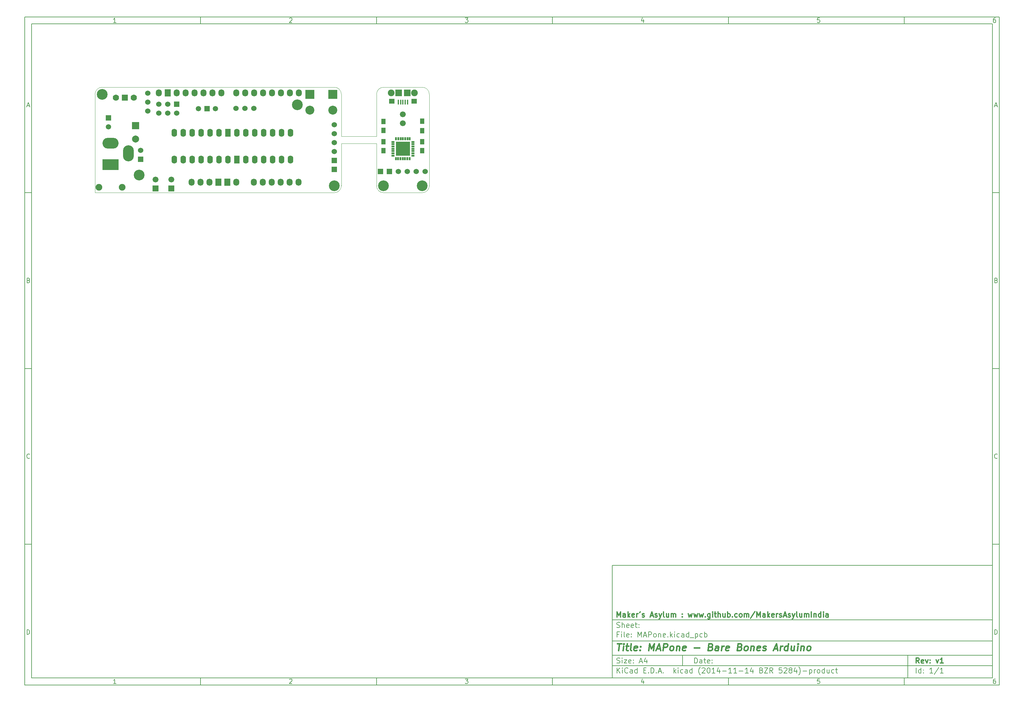
<source format=gbr>
G04 #@! TF.FileFunction,Soldermask,Top*
%FSLAX46Y46*%
G04 Gerber Fmt 4.6, Leading zero omitted, Abs format (unit mm)*
G04 Created by KiCad (PCBNEW (2014-11-14 BZR 5284)-product) date Mon Dec  1 14:26:38 2014*
%MOMM*%
G01*
G04 APERTURE LIST*
%ADD10C,0.100000*%
%ADD11C,0.150000*%
%ADD12C,0.300000*%
%ADD13C,0.400000*%
%ADD14C,1.778000*%
%ADD15R,1.778000X1.778000*%
%ADD16R,2.540000X2.540000*%
%ADD17C,2.540000*%
%ADD18C,3.048000*%
%ADD19R,4.572000X3.048000*%
%ADD20O,4.572000X3.048000*%
%ADD21O,3.048000X4.572000*%
%ADD22C,1.524000*%
%ADD23R,1.524000X1.524000*%
%ADD24O,1.727200X2.032000*%
%ADD25R,1.727200X2.032000*%
%ADD26C,1.676400*%
%ADD27R,1.676400X1.676400*%
%ADD28O,1.574800X2.286000*%
%ADD29R,1.574800X2.286000*%
%ADD30C,1.905000*%
%ADD31C,1.501140*%
%ADD32R,1.501140X1.501140*%
%ADD33C,1.998980*%
%ADD34R,1.998980X1.998980*%
%ADD35R,1.250000X1.500000*%
%ADD36R,0.406400X1.371600*%
%ADD37R,1.600200X1.422400*%
%ADD38R,1.905000X1.905000*%
%ADD39R,1.300000X1.500000*%
%ADD40R,0.492760X0.942340*%
%ADD41R,0.942340X0.492760*%
%ADD42R,2.042160X2.042160*%
G04 APERTURE END LIST*
D10*
D11*
X177002200Y-166007200D02*
X177002200Y-198007200D01*
X285002200Y-198007200D01*
X285002200Y-166007200D01*
X177002200Y-166007200D01*
D10*
D11*
X10000000Y-10000000D02*
X10000000Y-200007200D01*
X287002200Y-200007200D01*
X287002200Y-10000000D01*
X10000000Y-10000000D01*
D10*
D11*
X12000000Y-12000000D02*
X12000000Y-198007200D01*
X285002200Y-198007200D01*
X285002200Y-12000000D01*
X12000000Y-12000000D01*
D10*
D11*
X60000000Y-12000000D02*
X60000000Y-10000000D01*
D10*
D11*
X110000000Y-12000000D02*
X110000000Y-10000000D01*
D10*
D11*
X160000000Y-12000000D02*
X160000000Y-10000000D01*
D10*
D11*
X210000000Y-12000000D02*
X210000000Y-10000000D01*
D10*
D11*
X260000000Y-12000000D02*
X260000000Y-10000000D01*
D10*
D11*
X35990476Y-11588095D02*
X35247619Y-11588095D01*
X35619048Y-11588095D02*
X35619048Y-10288095D01*
X35495238Y-10473810D01*
X35371429Y-10597619D01*
X35247619Y-10659524D01*
D10*
D11*
X85247619Y-10411905D02*
X85309524Y-10350000D01*
X85433333Y-10288095D01*
X85742857Y-10288095D01*
X85866667Y-10350000D01*
X85928571Y-10411905D01*
X85990476Y-10535714D01*
X85990476Y-10659524D01*
X85928571Y-10845238D01*
X85185714Y-11588095D01*
X85990476Y-11588095D01*
D10*
D11*
X135185714Y-10288095D02*
X135990476Y-10288095D01*
X135557143Y-10783333D01*
X135742857Y-10783333D01*
X135866667Y-10845238D01*
X135928571Y-10907143D01*
X135990476Y-11030952D01*
X135990476Y-11340476D01*
X135928571Y-11464286D01*
X135866667Y-11526190D01*
X135742857Y-11588095D01*
X135371429Y-11588095D01*
X135247619Y-11526190D01*
X135185714Y-11464286D01*
D10*
D11*
X185866667Y-10721429D02*
X185866667Y-11588095D01*
X185557143Y-10226190D02*
X185247619Y-11154762D01*
X186052381Y-11154762D01*
D10*
D11*
X235928571Y-10288095D02*
X235309524Y-10288095D01*
X235247619Y-10907143D01*
X235309524Y-10845238D01*
X235433333Y-10783333D01*
X235742857Y-10783333D01*
X235866667Y-10845238D01*
X235928571Y-10907143D01*
X235990476Y-11030952D01*
X235990476Y-11340476D01*
X235928571Y-11464286D01*
X235866667Y-11526190D01*
X235742857Y-11588095D01*
X235433333Y-11588095D01*
X235309524Y-11526190D01*
X235247619Y-11464286D01*
D10*
D11*
X285866667Y-10288095D02*
X285619048Y-10288095D01*
X285495238Y-10350000D01*
X285433333Y-10411905D01*
X285309524Y-10597619D01*
X285247619Y-10845238D01*
X285247619Y-11340476D01*
X285309524Y-11464286D01*
X285371429Y-11526190D01*
X285495238Y-11588095D01*
X285742857Y-11588095D01*
X285866667Y-11526190D01*
X285928571Y-11464286D01*
X285990476Y-11340476D01*
X285990476Y-11030952D01*
X285928571Y-10907143D01*
X285866667Y-10845238D01*
X285742857Y-10783333D01*
X285495238Y-10783333D01*
X285371429Y-10845238D01*
X285309524Y-10907143D01*
X285247619Y-11030952D01*
D10*
D11*
X60000000Y-198007200D02*
X60000000Y-200007200D01*
D10*
D11*
X110000000Y-198007200D02*
X110000000Y-200007200D01*
D10*
D11*
X160000000Y-198007200D02*
X160000000Y-200007200D01*
D10*
D11*
X210000000Y-198007200D02*
X210000000Y-200007200D01*
D10*
D11*
X260000000Y-198007200D02*
X260000000Y-200007200D01*
D10*
D11*
X35990476Y-199595295D02*
X35247619Y-199595295D01*
X35619048Y-199595295D02*
X35619048Y-198295295D01*
X35495238Y-198481010D01*
X35371429Y-198604819D01*
X35247619Y-198666724D01*
D10*
D11*
X85247619Y-198419105D02*
X85309524Y-198357200D01*
X85433333Y-198295295D01*
X85742857Y-198295295D01*
X85866667Y-198357200D01*
X85928571Y-198419105D01*
X85990476Y-198542914D01*
X85990476Y-198666724D01*
X85928571Y-198852438D01*
X85185714Y-199595295D01*
X85990476Y-199595295D01*
D10*
D11*
X135185714Y-198295295D02*
X135990476Y-198295295D01*
X135557143Y-198790533D01*
X135742857Y-198790533D01*
X135866667Y-198852438D01*
X135928571Y-198914343D01*
X135990476Y-199038152D01*
X135990476Y-199347676D01*
X135928571Y-199471486D01*
X135866667Y-199533390D01*
X135742857Y-199595295D01*
X135371429Y-199595295D01*
X135247619Y-199533390D01*
X135185714Y-199471486D01*
D10*
D11*
X185866667Y-198728629D02*
X185866667Y-199595295D01*
X185557143Y-198233390D02*
X185247619Y-199161962D01*
X186052381Y-199161962D01*
D10*
D11*
X235928571Y-198295295D02*
X235309524Y-198295295D01*
X235247619Y-198914343D01*
X235309524Y-198852438D01*
X235433333Y-198790533D01*
X235742857Y-198790533D01*
X235866667Y-198852438D01*
X235928571Y-198914343D01*
X235990476Y-199038152D01*
X235990476Y-199347676D01*
X235928571Y-199471486D01*
X235866667Y-199533390D01*
X235742857Y-199595295D01*
X235433333Y-199595295D01*
X235309524Y-199533390D01*
X235247619Y-199471486D01*
D10*
D11*
X285866667Y-198295295D02*
X285619048Y-198295295D01*
X285495238Y-198357200D01*
X285433333Y-198419105D01*
X285309524Y-198604819D01*
X285247619Y-198852438D01*
X285247619Y-199347676D01*
X285309524Y-199471486D01*
X285371429Y-199533390D01*
X285495238Y-199595295D01*
X285742857Y-199595295D01*
X285866667Y-199533390D01*
X285928571Y-199471486D01*
X285990476Y-199347676D01*
X285990476Y-199038152D01*
X285928571Y-198914343D01*
X285866667Y-198852438D01*
X285742857Y-198790533D01*
X285495238Y-198790533D01*
X285371429Y-198852438D01*
X285309524Y-198914343D01*
X285247619Y-199038152D01*
D10*
D11*
X10000000Y-60000000D02*
X12000000Y-60000000D01*
D10*
D11*
X10000000Y-110000000D02*
X12000000Y-110000000D01*
D10*
D11*
X10000000Y-160000000D02*
X12000000Y-160000000D01*
D10*
D11*
X10690476Y-35216667D02*
X11309524Y-35216667D01*
X10566667Y-35588095D02*
X11000000Y-34288095D01*
X11433333Y-35588095D01*
D10*
D11*
X11092857Y-84907143D02*
X11278571Y-84969048D01*
X11340476Y-85030952D01*
X11402381Y-85154762D01*
X11402381Y-85340476D01*
X11340476Y-85464286D01*
X11278571Y-85526190D01*
X11154762Y-85588095D01*
X10659524Y-85588095D01*
X10659524Y-84288095D01*
X11092857Y-84288095D01*
X11216667Y-84350000D01*
X11278571Y-84411905D01*
X11340476Y-84535714D01*
X11340476Y-84659524D01*
X11278571Y-84783333D01*
X11216667Y-84845238D01*
X11092857Y-84907143D01*
X10659524Y-84907143D01*
D10*
D11*
X11402381Y-135464286D02*
X11340476Y-135526190D01*
X11154762Y-135588095D01*
X11030952Y-135588095D01*
X10845238Y-135526190D01*
X10721429Y-135402381D01*
X10659524Y-135278571D01*
X10597619Y-135030952D01*
X10597619Y-134845238D01*
X10659524Y-134597619D01*
X10721429Y-134473810D01*
X10845238Y-134350000D01*
X11030952Y-134288095D01*
X11154762Y-134288095D01*
X11340476Y-134350000D01*
X11402381Y-134411905D01*
D10*
D11*
X10659524Y-185588095D02*
X10659524Y-184288095D01*
X10969048Y-184288095D01*
X11154762Y-184350000D01*
X11278571Y-184473810D01*
X11340476Y-184597619D01*
X11402381Y-184845238D01*
X11402381Y-185030952D01*
X11340476Y-185278571D01*
X11278571Y-185402381D01*
X11154762Y-185526190D01*
X10969048Y-185588095D01*
X10659524Y-185588095D01*
D10*
D11*
X287002200Y-60000000D02*
X285002200Y-60000000D01*
D10*
D11*
X287002200Y-110000000D02*
X285002200Y-110000000D01*
D10*
D11*
X287002200Y-160000000D02*
X285002200Y-160000000D01*
D10*
D11*
X285692676Y-35216667D02*
X286311724Y-35216667D01*
X285568867Y-35588095D02*
X286002200Y-34288095D01*
X286435533Y-35588095D01*
D10*
D11*
X286095057Y-84907143D02*
X286280771Y-84969048D01*
X286342676Y-85030952D01*
X286404581Y-85154762D01*
X286404581Y-85340476D01*
X286342676Y-85464286D01*
X286280771Y-85526190D01*
X286156962Y-85588095D01*
X285661724Y-85588095D01*
X285661724Y-84288095D01*
X286095057Y-84288095D01*
X286218867Y-84350000D01*
X286280771Y-84411905D01*
X286342676Y-84535714D01*
X286342676Y-84659524D01*
X286280771Y-84783333D01*
X286218867Y-84845238D01*
X286095057Y-84907143D01*
X285661724Y-84907143D01*
D10*
D11*
X286404581Y-135464286D02*
X286342676Y-135526190D01*
X286156962Y-135588095D01*
X286033152Y-135588095D01*
X285847438Y-135526190D01*
X285723629Y-135402381D01*
X285661724Y-135278571D01*
X285599819Y-135030952D01*
X285599819Y-134845238D01*
X285661724Y-134597619D01*
X285723629Y-134473810D01*
X285847438Y-134350000D01*
X286033152Y-134288095D01*
X286156962Y-134288095D01*
X286342676Y-134350000D01*
X286404581Y-134411905D01*
D10*
D11*
X285661724Y-185588095D02*
X285661724Y-184288095D01*
X285971248Y-184288095D01*
X286156962Y-184350000D01*
X286280771Y-184473810D01*
X286342676Y-184597619D01*
X286404581Y-184845238D01*
X286404581Y-185030952D01*
X286342676Y-185278571D01*
X286280771Y-185402381D01*
X286156962Y-185526190D01*
X285971248Y-185588095D01*
X285661724Y-185588095D01*
D10*
D11*
X200359343Y-193785771D02*
X200359343Y-192285771D01*
X200716486Y-192285771D01*
X200930771Y-192357200D01*
X201073629Y-192500057D01*
X201145057Y-192642914D01*
X201216486Y-192928629D01*
X201216486Y-193142914D01*
X201145057Y-193428629D01*
X201073629Y-193571486D01*
X200930771Y-193714343D01*
X200716486Y-193785771D01*
X200359343Y-193785771D01*
X202502200Y-193785771D02*
X202502200Y-193000057D01*
X202430771Y-192857200D01*
X202287914Y-192785771D01*
X202002200Y-192785771D01*
X201859343Y-192857200D01*
X202502200Y-193714343D02*
X202359343Y-193785771D01*
X202002200Y-193785771D01*
X201859343Y-193714343D01*
X201787914Y-193571486D01*
X201787914Y-193428629D01*
X201859343Y-193285771D01*
X202002200Y-193214343D01*
X202359343Y-193214343D01*
X202502200Y-193142914D01*
X203002200Y-192785771D02*
X203573629Y-192785771D01*
X203216486Y-192285771D02*
X203216486Y-193571486D01*
X203287914Y-193714343D01*
X203430772Y-193785771D01*
X203573629Y-193785771D01*
X204645057Y-193714343D02*
X204502200Y-193785771D01*
X204216486Y-193785771D01*
X204073629Y-193714343D01*
X204002200Y-193571486D01*
X204002200Y-193000057D01*
X204073629Y-192857200D01*
X204216486Y-192785771D01*
X204502200Y-192785771D01*
X204645057Y-192857200D01*
X204716486Y-193000057D01*
X204716486Y-193142914D01*
X204002200Y-193285771D01*
X205359343Y-193642914D02*
X205430771Y-193714343D01*
X205359343Y-193785771D01*
X205287914Y-193714343D01*
X205359343Y-193642914D01*
X205359343Y-193785771D01*
X205359343Y-192857200D02*
X205430771Y-192928629D01*
X205359343Y-193000057D01*
X205287914Y-192928629D01*
X205359343Y-192857200D01*
X205359343Y-193000057D01*
D10*
D11*
X177002200Y-194507200D02*
X285002200Y-194507200D01*
D10*
D11*
X178359343Y-196585771D02*
X178359343Y-195085771D01*
X179216486Y-196585771D02*
X178573629Y-195728629D01*
X179216486Y-195085771D02*
X178359343Y-195942914D01*
X179859343Y-196585771D02*
X179859343Y-195585771D01*
X179859343Y-195085771D02*
X179787914Y-195157200D01*
X179859343Y-195228629D01*
X179930771Y-195157200D01*
X179859343Y-195085771D01*
X179859343Y-195228629D01*
X181430772Y-196442914D02*
X181359343Y-196514343D01*
X181145057Y-196585771D01*
X181002200Y-196585771D01*
X180787915Y-196514343D01*
X180645057Y-196371486D01*
X180573629Y-196228629D01*
X180502200Y-195942914D01*
X180502200Y-195728629D01*
X180573629Y-195442914D01*
X180645057Y-195300057D01*
X180787915Y-195157200D01*
X181002200Y-195085771D01*
X181145057Y-195085771D01*
X181359343Y-195157200D01*
X181430772Y-195228629D01*
X182716486Y-196585771D02*
X182716486Y-195800057D01*
X182645057Y-195657200D01*
X182502200Y-195585771D01*
X182216486Y-195585771D01*
X182073629Y-195657200D01*
X182716486Y-196514343D02*
X182573629Y-196585771D01*
X182216486Y-196585771D01*
X182073629Y-196514343D01*
X182002200Y-196371486D01*
X182002200Y-196228629D01*
X182073629Y-196085771D01*
X182216486Y-196014343D01*
X182573629Y-196014343D01*
X182716486Y-195942914D01*
X184073629Y-196585771D02*
X184073629Y-195085771D01*
X184073629Y-196514343D02*
X183930772Y-196585771D01*
X183645058Y-196585771D01*
X183502200Y-196514343D01*
X183430772Y-196442914D01*
X183359343Y-196300057D01*
X183359343Y-195871486D01*
X183430772Y-195728629D01*
X183502200Y-195657200D01*
X183645058Y-195585771D01*
X183930772Y-195585771D01*
X184073629Y-195657200D01*
X185930772Y-195800057D02*
X186430772Y-195800057D01*
X186645058Y-196585771D02*
X185930772Y-196585771D01*
X185930772Y-195085771D01*
X186645058Y-195085771D01*
X187287915Y-196442914D02*
X187359343Y-196514343D01*
X187287915Y-196585771D01*
X187216486Y-196514343D01*
X187287915Y-196442914D01*
X187287915Y-196585771D01*
X188002201Y-196585771D02*
X188002201Y-195085771D01*
X188359344Y-195085771D01*
X188573629Y-195157200D01*
X188716487Y-195300057D01*
X188787915Y-195442914D01*
X188859344Y-195728629D01*
X188859344Y-195942914D01*
X188787915Y-196228629D01*
X188716487Y-196371486D01*
X188573629Y-196514343D01*
X188359344Y-196585771D01*
X188002201Y-196585771D01*
X189502201Y-196442914D02*
X189573629Y-196514343D01*
X189502201Y-196585771D01*
X189430772Y-196514343D01*
X189502201Y-196442914D01*
X189502201Y-196585771D01*
X190145058Y-196157200D02*
X190859344Y-196157200D01*
X190002201Y-196585771D02*
X190502201Y-195085771D01*
X191002201Y-196585771D01*
X191502201Y-196442914D02*
X191573629Y-196514343D01*
X191502201Y-196585771D01*
X191430772Y-196514343D01*
X191502201Y-196442914D01*
X191502201Y-196585771D01*
X194502201Y-196585771D02*
X194502201Y-195085771D01*
X194645058Y-196014343D02*
X195073629Y-196585771D01*
X195073629Y-195585771D02*
X194502201Y-196157200D01*
X195716487Y-196585771D02*
X195716487Y-195585771D01*
X195716487Y-195085771D02*
X195645058Y-195157200D01*
X195716487Y-195228629D01*
X195787915Y-195157200D01*
X195716487Y-195085771D01*
X195716487Y-195228629D01*
X197073630Y-196514343D02*
X196930773Y-196585771D01*
X196645059Y-196585771D01*
X196502201Y-196514343D01*
X196430773Y-196442914D01*
X196359344Y-196300057D01*
X196359344Y-195871486D01*
X196430773Y-195728629D01*
X196502201Y-195657200D01*
X196645059Y-195585771D01*
X196930773Y-195585771D01*
X197073630Y-195657200D01*
X198359344Y-196585771D02*
X198359344Y-195800057D01*
X198287915Y-195657200D01*
X198145058Y-195585771D01*
X197859344Y-195585771D01*
X197716487Y-195657200D01*
X198359344Y-196514343D02*
X198216487Y-196585771D01*
X197859344Y-196585771D01*
X197716487Y-196514343D01*
X197645058Y-196371486D01*
X197645058Y-196228629D01*
X197716487Y-196085771D01*
X197859344Y-196014343D01*
X198216487Y-196014343D01*
X198359344Y-195942914D01*
X199716487Y-196585771D02*
X199716487Y-195085771D01*
X199716487Y-196514343D02*
X199573630Y-196585771D01*
X199287916Y-196585771D01*
X199145058Y-196514343D01*
X199073630Y-196442914D01*
X199002201Y-196300057D01*
X199002201Y-195871486D01*
X199073630Y-195728629D01*
X199145058Y-195657200D01*
X199287916Y-195585771D01*
X199573630Y-195585771D01*
X199716487Y-195657200D01*
X202002201Y-197157200D02*
X201930773Y-197085771D01*
X201787916Y-196871486D01*
X201716487Y-196728629D01*
X201645058Y-196514343D01*
X201573630Y-196157200D01*
X201573630Y-195871486D01*
X201645058Y-195514343D01*
X201716487Y-195300057D01*
X201787916Y-195157200D01*
X201930773Y-194942914D01*
X202002201Y-194871486D01*
X202502201Y-195228629D02*
X202573630Y-195157200D01*
X202716487Y-195085771D01*
X203073630Y-195085771D01*
X203216487Y-195157200D01*
X203287916Y-195228629D01*
X203359344Y-195371486D01*
X203359344Y-195514343D01*
X203287916Y-195728629D01*
X202430773Y-196585771D01*
X203359344Y-196585771D01*
X204287915Y-195085771D02*
X204430772Y-195085771D01*
X204573629Y-195157200D01*
X204645058Y-195228629D01*
X204716487Y-195371486D01*
X204787915Y-195657200D01*
X204787915Y-196014343D01*
X204716487Y-196300057D01*
X204645058Y-196442914D01*
X204573629Y-196514343D01*
X204430772Y-196585771D01*
X204287915Y-196585771D01*
X204145058Y-196514343D01*
X204073629Y-196442914D01*
X204002201Y-196300057D01*
X203930772Y-196014343D01*
X203930772Y-195657200D01*
X204002201Y-195371486D01*
X204073629Y-195228629D01*
X204145058Y-195157200D01*
X204287915Y-195085771D01*
X206216486Y-196585771D02*
X205359343Y-196585771D01*
X205787915Y-196585771D02*
X205787915Y-195085771D01*
X205645058Y-195300057D01*
X205502200Y-195442914D01*
X205359343Y-195514343D01*
X207502200Y-195585771D02*
X207502200Y-196585771D01*
X207145057Y-195014343D02*
X206787914Y-196085771D01*
X207716486Y-196085771D01*
X208287914Y-196014343D02*
X209430771Y-196014343D01*
X210930771Y-196585771D02*
X210073628Y-196585771D01*
X210502200Y-196585771D02*
X210502200Y-195085771D01*
X210359343Y-195300057D01*
X210216485Y-195442914D01*
X210073628Y-195514343D01*
X212359342Y-196585771D02*
X211502199Y-196585771D01*
X211930771Y-196585771D02*
X211930771Y-195085771D01*
X211787914Y-195300057D01*
X211645056Y-195442914D01*
X211502199Y-195514343D01*
X213002199Y-196014343D02*
X214145056Y-196014343D01*
X215645056Y-196585771D02*
X214787913Y-196585771D01*
X215216485Y-196585771D02*
X215216485Y-195085771D01*
X215073628Y-195300057D01*
X214930770Y-195442914D01*
X214787913Y-195514343D01*
X216930770Y-195585771D02*
X216930770Y-196585771D01*
X216573627Y-195014343D02*
X216216484Y-196085771D01*
X217145056Y-196085771D01*
X219359341Y-195800057D02*
X219573627Y-195871486D01*
X219645055Y-195942914D01*
X219716484Y-196085771D01*
X219716484Y-196300057D01*
X219645055Y-196442914D01*
X219573627Y-196514343D01*
X219430769Y-196585771D01*
X218859341Y-196585771D01*
X218859341Y-195085771D01*
X219359341Y-195085771D01*
X219502198Y-195157200D01*
X219573627Y-195228629D01*
X219645055Y-195371486D01*
X219645055Y-195514343D01*
X219573627Y-195657200D01*
X219502198Y-195728629D01*
X219359341Y-195800057D01*
X218859341Y-195800057D01*
X220216484Y-195085771D02*
X221216484Y-195085771D01*
X220216484Y-196585771D01*
X221216484Y-196585771D01*
X222645055Y-196585771D02*
X222145055Y-195871486D01*
X221787912Y-196585771D02*
X221787912Y-195085771D01*
X222359340Y-195085771D01*
X222502198Y-195157200D01*
X222573626Y-195228629D01*
X222645055Y-195371486D01*
X222645055Y-195585771D01*
X222573626Y-195728629D01*
X222502198Y-195800057D01*
X222359340Y-195871486D01*
X221787912Y-195871486D01*
X225145055Y-195085771D02*
X224430769Y-195085771D01*
X224359340Y-195800057D01*
X224430769Y-195728629D01*
X224573626Y-195657200D01*
X224930769Y-195657200D01*
X225073626Y-195728629D01*
X225145055Y-195800057D01*
X225216483Y-195942914D01*
X225216483Y-196300057D01*
X225145055Y-196442914D01*
X225073626Y-196514343D01*
X224930769Y-196585771D01*
X224573626Y-196585771D01*
X224430769Y-196514343D01*
X224359340Y-196442914D01*
X225787911Y-195228629D02*
X225859340Y-195157200D01*
X226002197Y-195085771D01*
X226359340Y-195085771D01*
X226502197Y-195157200D01*
X226573626Y-195228629D01*
X226645054Y-195371486D01*
X226645054Y-195514343D01*
X226573626Y-195728629D01*
X225716483Y-196585771D01*
X226645054Y-196585771D01*
X227502197Y-195728629D02*
X227359339Y-195657200D01*
X227287911Y-195585771D01*
X227216482Y-195442914D01*
X227216482Y-195371486D01*
X227287911Y-195228629D01*
X227359339Y-195157200D01*
X227502197Y-195085771D01*
X227787911Y-195085771D01*
X227930768Y-195157200D01*
X228002197Y-195228629D01*
X228073625Y-195371486D01*
X228073625Y-195442914D01*
X228002197Y-195585771D01*
X227930768Y-195657200D01*
X227787911Y-195728629D01*
X227502197Y-195728629D01*
X227359339Y-195800057D01*
X227287911Y-195871486D01*
X227216482Y-196014343D01*
X227216482Y-196300057D01*
X227287911Y-196442914D01*
X227359339Y-196514343D01*
X227502197Y-196585771D01*
X227787911Y-196585771D01*
X227930768Y-196514343D01*
X228002197Y-196442914D01*
X228073625Y-196300057D01*
X228073625Y-196014343D01*
X228002197Y-195871486D01*
X227930768Y-195800057D01*
X227787911Y-195728629D01*
X229359339Y-195585771D02*
X229359339Y-196585771D01*
X229002196Y-195014343D02*
X228645053Y-196085771D01*
X229573625Y-196085771D01*
X230002196Y-197157200D02*
X230073624Y-197085771D01*
X230216481Y-196871486D01*
X230287910Y-196728629D01*
X230359339Y-196514343D01*
X230430767Y-196157200D01*
X230430767Y-195871486D01*
X230359339Y-195514343D01*
X230287910Y-195300057D01*
X230216481Y-195157200D01*
X230073624Y-194942914D01*
X230002196Y-194871486D01*
X231145053Y-196014343D02*
X232287910Y-196014343D01*
X233002196Y-195585771D02*
X233002196Y-197085771D01*
X233002196Y-195657200D02*
X233145053Y-195585771D01*
X233430767Y-195585771D01*
X233573624Y-195657200D01*
X233645053Y-195728629D01*
X233716482Y-195871486D01*
X233716482Y-196300057D01*
X233645053Y-196442914D01*
X233573624Y-196514343D01*
X233430767Y-196585771D01*
X233145053Y-196585771D01*
X233002196Y-196514343D01*
X234359339Y-196585771D02*
X234359339Y-195585771D01*
X234359339Y-195871486D02*
X234430767Y-195728629D01*
X234502196Y-195657200D01*
X234645053Y-195585771D01*
X234787910Y-195585771D01*
X235502196Y-196585771D02*
X235359338Y-196514343D01*
X235287910Y-196442914D01*
X235216481Y-196300057D01*
X235216481Y-195871486D01*
X235287910Y-195728629D01*
X235359338Y-195657200D01*
X235502196Y-195585771D01*
X235716481Y-195585771D01*
X235859338Y-195657200D01*
X235930767Y-195728629D01*
X236002196Y-195871486D01*
X236002196Y-196300057D01*
X235930767Y-196442914D01*
X235859338Y-196514343D01*
X235716481Y-196585771D01*
X235502196Y-196585771D01*
X237287910Y-196585771D02*
X237287910Y-195085771D01*
X237287910Y-196514343D02*
X237145053Y-196585771D01*
X236859339Y-196585771D01*
X236716481Y-196514343D01*
X236645053Y-196442914D01*
X236573624Y-196300057D01*
X236573624Y-195871486D01*
X236645053Y-195728629D01*
X236716481Y-195657200D01*
X236859339Y-195585771D01*
X237145053Y-195585771D01*
X237287910Y-195657200D01*
X238645053Y-195585771D02*
X238645053Y-196585771D01*
X238002196Y-195585771D02*
X238002196Y-196371486D01*
X238073624Y-196514343D01*
X238216482Y-196585771D01*
X238430767Y-196585771D01*
X238573624Y-196514343D01*
X238645053Y-196442914D01*
X240002196Y-196514343D02*
X239859339Y-196585771D01*
X239573625Y-196585771D01*
X239430767Y-196514343D01*
X239359339Y-196442914D01*
X239287910Y-196300057D01*
X239287910Y-195871486D01*
X239359339Y-195728629D01*
X239430767Y-195657200D01*
X239573625Y-195585771D01*
X239859339Y-195585771D01*
X240002196Y-195657200D01*
X240430767Y-195585771D02*
X241002196Y-195585771D01*
X240645053Y-195085771D02*
X240645053Y-196371486D01*
X240716481Y-196514343D01*
X240859339Y-196585771D01*
X241002196Y-196585771D01*
D10*
D11*
X177002200Y-191507200D02*
X285002200Y-191507200D01*
D10*
D12*
X264216486Y-193785771D02*
X263716486Y-193071486D01*
X263359343Y-193785771D02*
X263359343Y-192285771D01*
X263930771Y-192285771D01*
X264073629Y-192357200D01*
X264145057Y-192428629D01*
X264216486Y-192571486D01*
X264216486Y-192785771D01*
X264145057Y-192928629D01*
X264073629Y-193000057D01*
X263930771Y-193071486D01*
X263359343Y-193071486D01*
X265430771Y-193714343D02*
X265287914Y-193785771D01*
X265002200Y-193785771D01*
X264859343Y-193714343D01*
X264787914Y-193571486D01*
X264787914Y-193000057D01*
X264859343Y-192857200D01*
X265002200Y-192785771D01*
X265287914Y-192785771D01*
X265430771Y-192857200D01*
X265502200Y-193000057D01*
X265502200Y-193142914D01*
X264787914Y-193285771D01*
X266002200Y-192785771D02*
X266359343Y-193785771D01*
X266716485Y-192785771D01*
X267287914Y-193642914D02*
X267359342Y-193714343D01*
X267287914Y-193785771D01*
X267216485Y-193714343D01*
X267287914Y-193642914D01*
X267287914Y-193785771D01*
X267287914Y-192857200D02*
X267359342Y-192928629D01*
X267287914Y-193000057D01*
X267216485Y-192928629D01*
X267287914Y-192857200D01*
X267287914Y-193000057D01*
X269002200Y-192785771D02*
X269359343Y-193785771D01*
X269716485Y-192785771D01*
X271073628Y-193785771D02*
X270216485Y-193785771D01*
X270645057Y-193785771D02*
X270645057Y-192285771D01*
X270502200Y-192500057D01*
X270359342Y-192642914D01*
X270216485Y-192714343D01*
D10*
D11*
X178287914Y-193714343D02*
X178502200Y-193785771D01*
X178859343Y-193785771D01*
X179002200Y-193714343D01*
X179073629Y-193642914D01*
X179145057Y-193500057D01*
X179145057Y-193357200D01*
X179073629Y-193214343D01*
X179002200Y-193142914D01*
X178859343Y-193071486D01*
X178573629Y-193000057D01*
X178430771Y-192928629D01*
X178359343Y-192857200D01*
X178287914Y-192714343D01*
X178287914Y-192571486D01*
X178359343Y-192428629D01*
X178430771Y-192357200D01*
X178573629Y-192285771D01*
X178930771Y-192285771D01*
X179145057Y-192357200D01*
X179787914Y-193785771D02*
X179787914Y-192785771D01*
X179787914Y-192285771D02*
X179716485Y-192357200D01*
X179787914Y-192428629D01*
X179859342Y-192357200D01*
X179787914Y-192285771D01*
X179787914Y-192428629D01*
X180359343Y-192785771D02*
X181145057Y-192785771D01*
X180359343Y-193785771D01*
X181145057Y-193785771D01*
X182287914Y-193714343D02*
X182145057Y-193785771D01*
X181859343Y-193785771D01*
X181716486Y-193714343D01*
X181645057Y-193571486D01*
X181645057Y-193000057D01*
X181716486Y-192857200D01*
X181859343Y-192785771D01*
X182145057Y-192785771D01*
X182287914Y-192857200D01*
X182359343Y-193000057D01*
X182359343Y-193142914D01*
X181645057Y-193285771D01*
X183002200Y-193642914D02*
X183073628Y-193714343D01*
X183002200Y-193785771D01*
X182930771Y-193714343D01*
X183002200Y-193642914D01*
X183002200Y-193785771D01*
X183002200Y-192857200D02*
X183073628Y-192928629D01*
X183002200Y-193000057D01*
X182930771Y-192928629D01*
X183002200Y-192857200D01*
X183002200Y-193000057D01*
X184787914Y-193357200D02*
X185502200Y-193357200D01*
X184645057Y-193785771D02*
X185145057Y-192285771D01*
X185645057Y-193785771D01*
X186787914Y-192785771D02*
X186787914Y-193785771D01*
X186430771Y-192214343D02*
X186073628Y-193285771D01*
X187002200Y-193285771D01*
D10*
D11*
X263359343Y-196585771D02*
X263359343Y-195085771D01*
X264716486Y-196585771D02*
X264716486Y-195085771D01*
X264716486Y-196514343D02*
X264573629Y-196585771D01*
X264287915Y-196585771D01*
X264145057Y-196514343D01*
X264073629Y-196442914D01*
X264002200Y-196300057D01*
X264002200Y-195871486D01*
X264073629Y-195728629D01*
X264145057Y-195657200D01*
X264287915Y-195585771D01*
X264573629Y-195585771D01*
X264716486Y-195657200D01*
X265430772Y-196442914D02*
X265502200Y-196514343D01*
X265430772Y-196585771D01*
X265359343Y-196514343D01*
X265430772Y-196442914D01*
X265430772Y-196585771D01*
X265430772Y-195657200D02*
X265502200Y-195728629D01*
X265430772Y-195800057D01*
X265359343Y-195728629D01*
X265430772Y-195657200D01*
X265430772Y-195800057D01*
X268073629Y-196585771D02*
X267216486Y-196585771D01*
X267645058Y-196585771D02*
X267645058Y-195085771D01*
X267502201Y-195300057D01*
X267359343Y-195442914D01*
X267216486Y-195514343D01*
X269787914Y-195014343D02*
X268502200Y-196942914D01*
X271073629Y-196585771D02*
X270216486Y-196585771D01*
X270645058Y-196585771D02*
X270645058Y-195085771D01*
X270502201Y-195300057D01*
X270359343Y-195442914D01*
X270216486Y-195514343D01*
D10*
D11*
X177002200Y-187507200D02*
X285002200Y-187507200D01*
D10*
D13*
X178454581Y-188211962D02*
X179597438Y-188211962D01*
X178776010Y-190211962D02*
X179026010Y-188211962D01*
X180014105Y-190211962D02*
X180180771Y-188878629D01*
X180264105Y-188211962D02*
X180156962Y-188307200D01*
X180240295Y-188402438D01*
X180347439Y-188307200D01*
X180264105Y-188211962D01*
X180240295Y-188402438D01*
X180847438Y-188878629D02*
X181609343Y-188878629D01*
X181216486Y-188211962D02*
X181002200Y-189926248D01*
X181073630Y-190116724D01*
X181252201Y-190211962D01*
X181442677Y-190211962D01*
X182395058Y-190211962D02*
X182216487Y-190116724D01*
X182145057Y-189926248D01*
X182359343Y-188211962D01*
X183930772Y-190116724D02*
X183728391Y-190211962D01*
X183347439Y-190211962D01*
X183168867Y-190116724D01*
X183097438Y-189926248D01*
X183192676Y-189164343D01*
X183311724Y-188973867D01*
X183514105Y-188878629D01*
X183895057Y-188878629D01*
X184073629Y-188973867D01*
X184145057Y-189164343D01*
X184121248Y-189354819D01*
X183145057Y-189545295D01*
X184895057Y-190021486D02*
X184978392Y-190116724D01*
X184871248Y-190211962D01*
X184787915Y-190116724D01*
X184895057Y-190021486D01*
X184871248Y-190211962D01*
X185026010Y-188973867D02*
X185109344Y-189069105D01*
X185002200Y-189164343D01*
X184918867Y-189069105D01*
X185026010Y-188973867D01*
X185002200Y-189164343D01*
X187347439Y-190211962D02*
X187597439Y-188211962D01*
X188085534Y-189640533D01*
X188930773Y-188211962D01*
X188680773Y-190211962D01*
X189609343Y-189640533D02*
X190561724Y-189640533D01*
X189347439Y-190211962D02*
X190264106Y-188211962D01*
X190680773Y-190211962D01*
X191347439Y-190211962D02*
X191597439Y-188211962D01*
X192359344Y-188211962D01*
X192537915Y-188307200D01*
X192621249Y-188402438D01*
X192692678Y-188592914D01*
X192656963Y-188878629D01*
X192537916Y-189069105D01*
X192430772Y-189164343D01*
X192228391Y-189259581D01*
X191466486Y-189259581D01*
X193633154Y-190211962D02*
X193454583Y-190116724D01*
X193371248Y-190021486D01*
X193299820Y-189831010D01*
X193371248Y-189259581D01*
X193490296Y-189069105D01*
X193597440Y-188973867D01*
X193799820Y-188878629D01*
X194085534Y-188878629D01*
X194264106Y-188973867D01*
X194347439Y-189069105D01*
X194418867Y-189259581D01*
X194347439Y-189831010D01*
X194228391Y-190021486D01*
X194121249Y-190116724D01*
X193918868Y-190211962D01*
X193633154Y-190211962D01*
X195323629Y-188878629D02*
X195156963Y-190211962D01*
X195299820Y-189069105D02*
X195406964Y-188973867D01*
X195609344Y-188878629D01*
X195895058Y-188878629D01*
X196073630Y-188973867D01*
X196145058Y-189164343D01*
X196014106Y-190211962D01*
X197740297Y-190116724D02*
X197537916Y-190211962D01*
X197156964Y-190211962D01*
X196978392Y-190116724D01*
X196906963Y-189926248D01*
X197002201Y-189164343D01*
X197121249Y-188973867D01*
X197323630Y-188878629D01*
X197704582Y-188878629D01*
X197883154Y-188973867D01*
X197954582Y-189164343D01*
X197930773Y-189354819D01*
X196954582Y-189545295D01*
X200299821Y-189450057D02*
X201823631Y-189450057D01*
X205002202Y-189164343D02*
X205276011Y-189259581D01*
X205359346Y-189354819D01*
X205430774Y-189545295D01*
X205395060Y-189831010D01*
X205276012Y-190021486D01*
X205168869Y-190116724D01*
X204966488Y-190211962D01*
X204204583Y-190211962D01*
X204454583Y-188211962D01*
X205121250Y-188211962D01*
X205299821Y-188307200D01*
X205383154Y-188402438D01*
X205454584Y-188592914D01*
X205430774Y-188783390D01*
X205311726Y-188973867D01*
X205204583Y-189069105D01*
X205002202Y-189164343D01*
X204335535Y-189164343D01*
X207061726Y-190211962D02*
X207192678Y-189164343D01*
X207121250Y-188973867D01*
X206942678Y-188878629D01*
X206561726Y-188878629D01*
X206359345Y-188973867D01*
X207073631Y-190116724D02*
X206871250Y-190211962D01*
X206395060Y-190211962D01*
X206216488Y-190116724D01*
X206145059Y-189926248D01*
X206168869Y-189735771D01*
X206287916Y-189545295D01*
X206490298Y-189450057D01*
X206966488Y-189450057D01*
X207168869Y-189354819D01*
X208014107Y-190211962D02*
X208180773Y-188878629D01*
X208133154Y-189259581D02*
X208252203Y-189069105D01*
X208359346Y-188973867D01*
X208561726Y-188878629D01*
X208752202Y-188878629D01*
X210026012Y-190116724D02*
X209823631Y-190211962D01*
X209442679Y-190211962D01*
X209264107Y-190116724D01*
X209192678Y-189926248D01*
X209287916Y-189164343D01*
X209406964Y-188973867D01*
X209609345Y-188878629D01*
X209990297Y-188878629D01*
X210168869Y-188973867D01*
X210240297Y-189164343D01*
X210216488Y-189354819D01*
X209240297Y-189545295D01*
X213287917Y-189164343D02*
X213561726Y-189259581D01*
X213645061Y-189354819D01*
X213716489Y-189545295D01*
X213680775Y-189831010D01*
X213561727Y-190021486D01*
X213454584Y-190116724D01*
X213252203Y-190211962D01*
X212490298Y-190211962D01*
X212740298Y-188211962D01*
X213406965Y-188211962D01*
X213585536Y-188307200D01*
X213668869Y-188402438D01*
X213740299Y-188592914D01*
X213716489Y-188783390D01*
X213597441Y-188973867D01*
X213490298Y-189069105D01*
X213287917Y-189164343D01*
X212621250Y-189164343D01*
X214776013Y-190211962D02*
X214597442Y-190116724D01*
X214514107Y-190021486D01*
X214442679Y-189831010D01*
X214514107Y-189259581D01*
X214633155Y-189069105D01*
X214740299Y-188973867D01*
X214942679Y-188878629D01*
X215228393Y-188878629D01*
X215406965Y-188973867D01*
X215490298Y-189069105D01*
X215561726Y-189259581D01*
X215490298Y-189831010D01*
X215371250Y-190021486D01*
X215264108Y-190116724D01*
X215061727Y-190211962D01*
X214776013Y-190211962D01*
X216466488Y-188878629D02*
X216299822Y-190211962D01*
X216442679Y-189069105D02*
X216549823Y-188973867D01*
X216752203Y-188878629D01*
X217037917Y-188878629D01*
X217216489Y-188973867D01*
X217287917Y-189164343D01*
X217156965Y-190211962D01*
X218883156Y-190116724D02*
X218680775Y-190211962D01*
X218299823Y-190211962D01*
X218121251Y-190116724D01*
X218049822Y-189926248D01*
X218145060Y-189164343D01*
X218264108Y-188973867D01*
X218466489Y-188878629D01*
X218847441Y-188878629D01*
X219026013Y-188973867D01*
X219097441Y-189164343D01*
X219073632Y-189354819D01*
X218097441Y-189545295D01*
X219740299Y-190116724D02*
X219918871Y-190211962D01*
X220299823Y-190211962D01*
X220502204Y-190116724D01*
X220621251Y-189926248D01*
X220633156Y-189831010D01*
X220561727Y-189640533D01*
X220383156Y-189545295D01*
X220097442Y-189545295D01*
X219918870Y-189450057D01*
X219847441Y-189259581D01*
X219859346Y-189164343D01*
X219978394Y-188973867D01*
X220180775Y-188878629D01*
X220466489Y-188878629D01*
X220645061Y-188973867D01*
X222942680Y-189640533D02*
X223895061Y-189640533D01*
X222680776Y-190211962D02*
X223597443Y-188211962D01*
X224014110Y-190211962D01*
X224680776Y-190211962D02*
X224847442Y-188878629D01*
X224799823Y-189259581D02*
X224918872Y-189069105D01*
X225026015Y-188973867D01*
X225228395Y-188878629D01*
X225418871Y-188878629D01*
X226776014Y-190211962D02*
X227026014Y-188211962D01*
X226787919Y-190116724D02*
X226585538Y-190211962D01*
X226204586Y-190211962D01*
X226026015Y-190116724D01*
X225942680Y-190021486D01*
X225871252Y-189831010D01*
X225942680Y-189259581D01*
X226061728Y-189069105D01*
X226168872Y-188973867D01*
X226371252Y-188878629D01*
X226752204Y-188878629D01*
X226930776Y-188973867D01*
X228752204Y-188878629D02*
X228585538Y-190211962D01*
X227895061Y-188878629D02*
X227764109Y-189926248D01*
X227835539Y-190116724D01*
X228014110Y-190211962D01*
X228299824Y-190211962D01*
X228502205Y-190116724D01*
X228609347Y-190021486D01*
X229537919Y-190211962D02*
X229704585Y-188878629D01*
X229787919Y-188211962D02*
X229680776Y-188307200D01*
X229764109Y-188402438D01*
X229871253Y-188307200D01*
X229787919Y-188211962D01*
X229764109Y-188402438D01*
X230656966Y-188878629D02*
X230490300Y-190211962D01*
X230633157Y-189069105D02*
X230740301Y-188973867D01*
X230942681Y-188878629D01*
X231228395Y-188878629D01*
X231406967Y-188973867D01*
X231478395Y-189164343D01*
X231347443Y-190211962D01*
X232585539Y-190211962D02*
X232406968Y-190116724D01*
X232323633Y-190021486D01*
X232252205Y-189831010D01*
X232323633Y-189259581D01*
X232442681Y-189069105D01*
X232549825Y-188973867D01*
X232752205Y-188878629D01*
X233037919Y-188878629D01*
X233216491Y-188973867D01*
X233299824Y-189069105D01*
X233371252Y-189259581D01*
X233299824Y-189831010D01*
X233180776Y-190021486D01*
X233073634Y-190116724D01*
X232871253Y-190211962D01*
X232585539Y-190211962D01*
D10*
D11*
X178859343Y-185600057D02*
X178359343Y-185600057D01*
X178359343Y-186385771D02*
X178359343Y-184885771D01*
X179073629Y-184885771D01*
X179645057Y-186385771D02*
X179645057Y-185385771D01*
X179645057Y-184885771D02*
X179573628Y-184957200D01*
X179645057Y-185028629D01*
X179716485Y-184957200D01*
X179645057Y-184885771D01*
X179645057Y-185028629D01*
X180573629Y-186385771D02*
X180430771Y-186314343D01*
X180359343Y-186171486D01*
X180359343Y-184885771D01*
X181716485Y-186314343D02*
X181573628Y-186385771D01*
X181287914Y-186385771D01*
X181145057Y-186314343D01*
X181073628Y-186171486D01*
X181073628Y-185600057D01*
X181145057Y-185457200D01*
X181287914Y-185385771D01*
X181573628Y-185385771D01*
X181716485Y-185457200D01*
X181787914Y-185600057D01*
X181787914Y-185742914D01*
X181073628Y-185885771D01*
X182430771Y-186242914D02*
X182502199Y-186314343D01*
X182430771Y-186385771D01*
X182359342Y-186314343D01*
X182430771Y-186242914D01*
X182430771Y-186385771D01*
X182430771Y-185457200D02*
X182502199Y-185528629D01*
X182430771Y-185600057D01*
X182359342Y-185528629D01*
X182430771Y-185457200D01*
X182430771Y-185600057D01*
X184287914Y-186385771D02*
X184287914Y-184885771D01*
X184787914Y-185957200D01*
X185287914Y-184885771D01*
X185287914Y-186385771D01*
X185930771Y-185957200D02*
X186645057Y-185957200D01*
X185787914Y-186385771D02*
X186287914Y-184885771D01*
X186787914Y-186385771D01*
X187287914Y-186385771D02*
X187287914Y-184885771D01*
X187859342Y-184885771D01*
X188002200Y-184957200D01*
X188073628Y-185028629D01*
X188145057Y-185171486D01*
X188145057Y-185385771D01*
X188073628Y-185528629D01*
X188002200Y-185600057D01*
X187859342Y-185671486D01*
X187287914Y-185671486D01*
X189002200Y-186385771D02*
X188859342Y-186314343D01*
X188787914Y-186242914D01*
X188716485Y-186100057D01*
X188716485Y-185671486D01*
X188787914Y-185528629D01*
X188859342Y-185457200D01*
X189002200Y-185385771D01*
X189216485Y-185385771D01*
X189359342Y-185457200D01*
X189430771Y-185528629D01*
X189502200Y-185671486D01*
X189502200Y-186100057D01*
X189430771Y-186242914D01*
X189359342Y-186314343D01*
X189216485Y-186385771D01*
X189002200Y-186385771D01*
X190145057Y-185385771D02*
X190145057Y-186385771D01*
X190145057Y-185528629D02*
X190216485Y-185457200D01*
X190359343Y-185385771D01*
X190573628Y-185385771D01*
X190716485Y-185457200D01*
X190787914Y-185600057D01*
X190787914Y-186385771D01*
X192073628Y-186314343D02*
X191930771Y-186385771D01*
X191645057Y-186385771D01*
X191502200Y-186314343D01*
X191430771Y-186171486D01*
X191430771Y-185600057D01*
X191502200Y-185457200D01*
X191645057Y-185385771D01*
X191930771Y-185385771D01*
X192073628Y-185457200D01*
X192145057Y-185600057D01*
X192145057Y-185742914D01*
X191430771Y-185885771D01*
X192787914Y-186242914D02*
X192859342Y-186314343D01*
X192787914Y-186385771D01*
X192716485Y-186314343D01*
X192787914Y-186242914D01*
X192787914Y-186385771D01*
X193502200Y-186385771D02*
X193502200Y-184885771D01*
X193645057Y-185814343D02*
X194073628Y-186385771D01*
X194073628Y-185385771D02*
X193502200Y-185957200D01*
X194716486Y-186385771D02*
X194716486Y-185385771D01*
X194716486Y-184885771D02*
X194645057Y-184957200D01*
X194716486Y-185028629D01*
X194787914Y-184957200D01*
X194716486Y-184885771D01*
X194716486Y-185028629D01*
X196073629Y-186314343D02*
X195930772Y-186385771D01*
X195645058Y-186385771D01*
X195502200Y-186314343D01*
X195430772Y-186242914D01*
X195359343Y-186100057D01*
X195359343Y-185671486D01*
X195430772Y-185528629D01*
X195502200Y-185457200D01*
X195645058Y-185385771D01*
X195930772Y-185385771D01*
X196073629Y-185457200D01*
X197359343Y-186385771D02*
X197359343Y-185600057D01*
X197287914Y-185457200D01*
X197145057Y-185385771D01*
X196859343Y-185385771D01*
X196716486Y-185457200D01*
X197359343Y-186314343D02*
X197216486Y-186385771D01*
X196859343Y-186385771D01*
X196716486Y-186314343D01*
X196645057Y-186171486D01*
X196645057Y-186028629D01*
X196716486Y-185885771D01*
X196859343Y-185814343D01*
X197216486Y-185814343D01*
X197359343Y-185742914D01*
X198716486Y-186385771D02*
X198716486Y-184885771D01*
X198716486Y-186314343D02*
X198573629Y-186385771D01*
X198287915Y-186385771D01*
X198145057Y-186314343D01*
X198073629Y-186242914D01*
X198002200Y-186100057D01*
X198002200Y-185671486D01*
X198073629Y-185528629D01*
X198145057Y-185457200D01*
X198287915Y-185385771D01*
X198573629Y-185385771D01*
X198716486Y-185457200D01*
X199073629Y-186528629D02*
X200216486Y-186528629D01*
X200573629Y-185385771D02*
X200573629Y-186885771D01*
X200573629Y-185457200D02*
X200716486Y-185385771D01*
X201002200Y-185385771D01*
X201145057Y-185457200D01*
X201216486Y-185528629D01*
X201287915Y-185671486D01*
X201287915Y-186100057D01*
X201216486Y-186242914D01*
X201145057Y-186314343D01*
X201002200Y-186385771D01*
X200716486Y-186385771D01*
X200573629Y-186314343D01*
X202573629Y-186314343D02*
X202430772Y-186385771D01*
X202145058Y-186385771D01*
X202002200Y-186314343D01*
X201930772Y-186242914D01*
X201859343Y-186100057D01*
X201859343Y-185671486D01*
X201930772Y-185528629D01*
X202002200Y-185457200D01*
X202145058Y-185385771D01*
X202430772Y-185385771D01*
X202573629Y-185457200D01*
X203216486Y-186385771D02*
X203216486Y-184885771D01*
X203216486Y-185457200D02*
X203359343Y-185385771D01*
X203645057Y-185385771D01*
X203787914Y-185457200D01*
X203859343Y-185528629D01*
X203930772Y-185671486D01*
X203930772Y-186100057D01*
X203859343Y-186242914D01*
X203787914Y-186314343D01*
X203645057Y-186385771D01*
X203359343Y-186385771D01*
X203216486Y-186314343D01*
D10*
D11*
X177002200Y-181507200D02*
X285002200Y-181507200D01*
D10*
D11*
X178287914Y-183614343D02*
X178502200Y-183685771D01*
X178859343Y-183685771D01*
X179002200Y-183614343D01*
X179073629Y-183542914D01*
X179145057Y-183400057D01*
X179145057Y-183257200D01*
X179073629Y-183114343D01*
X179002200Y-183042914D01*
X178859343Y-182971486D01*
X178573629Y-182900057D01*
X178430771Y-182828629D01*
X178359343Y-182757200D01*
X178287914Y-182614343D01*
X178287914Y-182471486D01*
X178359343Y-182328629D01*
X178430771Y-182257200D01*
X178573629Y-182185771D01*
X178930771Y-182185771D01*
X179145057Y-182257200D01*
X179787914Y-183685771D02*
X179787914Y-182185771D01*
X180430771Y-183685771D02*
X180430771Y-182900057D01*
X180359342Y-182757200D01*
X180216485Y-182685771D01*
X180002200Y-182685771D01*
X179859342Y-182757200D01*
X179787914Y-182828629D01*
X181716485Y-183614343D02*
X181573628Y-183685771D01*
X181287914Y-183685771D01*
X181145057Y-183614343D01*
X181073628Y-183471486D01*
X181073628Y-182900057D01*
X181145057Y-182757200D01*
X181287914Y-182685771D01*
X181573628Y-182685771D01*
X181716485Y-182757200D01*
X181787914Y-182900057D01*
X181787914Y-183042914D01*
X181073628Y-183185771D01*
X183002199Y-183614343D02*
X182859342Y-183685771D01*
X182573628Y-183685771D01*
X182430771Y-183614343D01*
X182359342Y-183471486D01*
X182359342Y-182900057D01*
X182430771Y-182757200D01*
X182573628Y-182685771D01*
X182859342Y-182685771D01*
X183002199Y-182757200D01*
X183073628Y-182900057D01*
X183073628Y-183042914D01*
X182359342Y-183185771D01*
X183502199Y-182685771D02*
X184073628Y-182685771D01*
X183716485Y-182185771D02*
X183716485Y-183471486D01*
X183787913Y-183614343D01*
X183930771Y-183685771D01*
X184073628Y-183685771D01*
X184573628Y-183542914D02*
X184645056Y-183614343D01*
X184573628Y-183685771D01*
X184502199Y-183614343D01*
X184573628Y-183542914D01*
X184573628Y-183685771D01*
X184573628Y-182757200D02*
X184645056Y-182828629D01*
X184573628Y-182900057D01*
X184502199Y-182828629D01*
X184573628Y-182757200D01*
X184573628Y-182900057D01*
D10*
D12*
X178359343Y-180685771D02*
X178359343Y-179185771D01*
X178859343Y-180257200D01*
X179359343Y-179185771D01*
X179359343Y-180685771D01*
X180716486Y-180685771D02*
X180716486Y-179900057D01*
X180645057Y-179757200D01*
X180502200Y-179685771D01*
X180216486Y-179685771D01*
X180073629Y-179757200D01*
X180716486Y-180614343D02*
X180573629Y-180685771D01*
X180216486Y-180685771D01*
X180073629Y-180614343D01*
X180002200Y-180471486D01*
X180002200Y-180328629D01*
X180073629Y-180185771D01*
X180216486Y-180114343D01*
X180573629Y-180114343D01*
X180716486Y-180042914D01*
X181430772Y-180685771D02*
X181430772Y-179185771D01*
X181573629Y-180114343D02*
X182002200Y-180685771D01*
X182002200Y-179685771D02*
X181430772Y-180257200D01*
X183216486Y-180614343D02*
X183073629Y-180685771D01*
X182787915Y-180685771D01*
X182645058Y-180614343D01*
X182573629Y-180471486D01*
X182573629Y-179900057D01*
X182645058Y-179757200D01*
X182787915Y-179685771D01*
X183073629Y-179685771D01*
X183216486Y-179757200D01*
X183287915Y-179900057D01*
X183287915Y-180042914D01*
X182573629Y-180185771D01*
X183930772Y-180685771D02*
X183930772Y-179685771D01*
X183930772Y-179971486D02*
X184002200Y-179828629D01*
X184073629Y-179757200D01*
X184216486Y-179685771D01*
X184359343Y-179685771D01*
X184930771Y-179185771D02*
X184787914Y-179471486D01*
X185502200Y-180614343D02*
X185645057Y-180685771D01*
X185930772Y-180685771D01*
X186073629Y-180614343D01*
X186145057Y-180471486D01*
X186145057Y-180400057D01*
X186073629Y-180257200D01*
X185930772Y-180185771D01*
X185716486Y-180185771D01*
X185573629Y-180114343D01*
X185502200Y-179971486D01*
X185502200Y-179900057D01*
X185573629Y-179757200D01*
X185716486Y-179685771D01*
X185930772Y-179685771D01*
X186073629Y-179757200D01*
X187859343Y-180257200D02*
X188573629Y-180257200D01*
X187716486Y-180685771D02*
X188216486Y-179185771D01*
X188716486Y-180685771D01*
X189145057Y-180614343D02*
X189287914Y-180685771D01*
X189573629Y-180685771D01*
X189716486Y-180614343D01*
X189787914Y-180471486D01*
X189787914Y-180400057D01*
X189716486Y-180257200D01*
X189573629Y-180185771D01*
X189359343Y-180185771D01*
X189216486Y-180114343D01*
X189145057Y-179971486D01*
X189145057Y-179900057D01*
X189216486Y-179757200D01*
X189359343Y-179685771D01*
X189573629Y-179685771D01*
X189716486Y-179757200D01*
X190287915Y-179685771D02*
X190645058Y-180685771D01*
X191002200Y-179685771D02*
X190645058Y-180685771D01*
X190502200Y-181042914D01*
X190430772Y-181114343D01*
X190287915Y-181185771D01*
X191787915Y-180685771D02*
X191645057Y-180614343D01*
X191573629Y-180471486D01*
X191573629Y-179185771D01*
X193002200Y-179685771D02*
X193002200Y-180685771D01*
X192359343Y-179685771D02*
X192359343Y-180471486D01*
X192430771Y-180614343D01*
X192573629Y-180685771D01*
X192787914Y-180685771D01*
X192930771Y-180614343D01*
X193002200Y-180542914D01*
X193716486Y-180685771D02*
X193716486Y-179685771D01*
X193716486Y-179828629D02*
X193787914Y-179757200D01*
X193930772Y-179685771D01*
X194145057Y-179685771D01*
X194287914Y-179757200D01*
X194359343Y-179900057D01*
X194359343Y-180685771D01*
X194359343Y-179900057D02*
X194430772Y-179757200D01*
X194573629Y-179685771D01*
X194787914Y-179685771D01*
X194930772Y-179757200D01*
X195002200Y-179900057D01*
X195002200Y-180685771D01*
X196859343Y-180542914D02*
X196930771Y-180614343D01*
X196859343Y-180685771D01*
X196787914Y-180614343D01*
X196859343Y-180542914D01*
X196859343Y-180685771D01*
X196859343Y-179757200D02*
X196930771Y-179828629D01*
X196859343Y-179900057D01*
X196787914Y-179828629D01*
X196859343Y-179757200D01*
X196859343Y-179900057D01*
X198573629Y-179685771D02*
X198859343Y-180685771D01*
X199145057Y-179971486D01*
X199430772Y-180685771D01*
X199716486Y-179685771D01*
X200145058Y-179685771D02*
X200430772Y-180685771D01*
X200716486Y-179971486D01*
X201002201Y-180685771D01*
X201287915Y-179685771D01*
X201716487Y-179685771D02*
X202002201Y-180685771D01*
X202287915Y-179971486D01*
X202573630Y-180685771D01*
X202859344Y-179685771D01*
X203430773Y-180542914D02*
X203502201Y-180614343D01*
X203430773Y-180685771D01*
X203359344Y-180614343D01*
X203430773Y-180542914D01*
X203430773Y-180685771D01*
X204787916Y-179685771D02*
X204787916Y-180900057D01*
X204716487Y-181042914D01*
X204645059Y-181114343D01*
X204502202Y-181185771D01*
X204287916Y-181185771D01*
X204145059Y-181114343D01*
X204787916Y-180614343D02*
X204645059Y-180685771D01*
X204359345Y-180685771D01*
X204216487Y-180614343D01*
X204145059Y-180542914D01*
X204073630Y-180400057D01*
X204073630Y-179971486D01*
X204145059Y-179828629D01*
X204216487Y-179757200D01*
X204359345Y-179685771D01*
X204645059Y-179685771D01*
X204787916Y-179757200D01*
X205502202Y-180685771D02*
X205502202Y-179685771D01*
X205502202Y-179185771D02*
X205430773Y-179257200D01*
X205502202Y-179328629D01*
X205573630Y-179257200D01*
X205502202Y-179185771D01*
X205502202Y-179328629D01*
X206002202Y-179685771D02*
X206573631Y-179685771D01*
X206216488Y-179185771D02*
X206216488Y-180471486D01*
X206287916Y-180614343D01*
X206430774Y-180685771D01*
X206573631Y-180685771D01*
X207073631Y-180685771D02*
X207073631Y-179185771D01*
X207716488Y-180685771D02*
X207716488Y-179900057D01*
X207645059Y-179757200D01*
X207502202Y-179685771D01*
X207287917Y-179685771D01*
X207145059Y-179757200D01*
X207073631Y-179828629D01*
X209073631Y-179685771D02*
X209073631Y-180685771D01*
X208430774Y-179685771D02*
X208430774Y-180471486D01*
X208502202Y-180614343D01*
X208645060Y-180685771D01*
X208859345Y-180685771D01*
X209002202Y-180614343D01*
X209073631Y-180542914D01*
X209787917Y-180685771D02*
X209787917Y-179185771D01*
X209787917Y-179757200D02*
X209930774Y-179685771D01*
X210216488Y-179685771D01*
X210359345Y-179757200D01*
X210430774Y-179828629D01*
X210502203Y-179971486D01*
X210502203Y-180400057D01*
X210430774Y-180542914D01*
X210359345Y-180614343D01*
X210216488Y-180685771D01*
X209930774Y-180685771D01*
X209787917Y-180614343D01*
X211145060Y-180542914D02*
X211216488Y-180614343D01*
X211145060Y-180685771D01*
X211073631Y-180614343D01*
X211145060Y-180542914D01*
X211145060Y-180685771D01*
X212502203Y-180614343D02*
X212359346Y-180685771D01*
X212073632Y-180685771D01*
X211930774Y-180614343D01*
X211859346Y-180542914D01*
X211787917Y-180400057D01*
X211787917Y-179971486D01*
X211859346Y-179828629D01*
X211930774Y-179757200D01*
X212073632Y-179685771D01*
X212359346Y-179685771D01*
X212502203Y-179757200D01*
X213359346Y-180685771D02*
X213216488Y-180614343D01*
X213145060Y-180542914D01*
X213073631Y-180400057D01*
X213073631Y-179971486D01*
X213145060Y-179828629D01*
X213216488Y-179757200D01*
X213359346Y-179685771D01*
X213573631Y-179685771D01*
X213716488Y-179757200D01*
X213787917Y-179828629D01*
X213859346Y-179971486D01*
X213859346Y-180400057D01*
X213787917Y-180542914D01*
X213716488Y-180614343D01*
X213573631Y-180685771D01*
X213359346Y-180685771D01*
X214502203Y-180685771D02*
X214502203Y-179685771D01*
X214502203Y-179828629D02*
X214573631Y-179757200D01*
X214716489Y-179685771D01*
X214930774Y-179685771D01*
X215073631Y-179757200D01*
X215145060Y-179900057D01*
X215145060Y-180685771D01*
X215145060Y-179900057D02*
X215216489Y-179757200D01*
X215359346Y-179685771D01*
X215573631Y-179685771D01*
X215716489Y-179757200D01*
X215787917Y-179900057D01*
X215787917Y-180685771D01*
X217573631Y-179114343D02*
X216287917Y-181042914D01*
X218073632Y-180685771D02*
X218073632Y-179185771D01*
X218573632Y-180257200D01*
X219073632Y-179185771D01*
X219073632Y-180685771D01*
X220430775Y-180685771D02*
X220430775Y-179900057D01*
X220359346Y-179757200D01*
X220216489Y-179685771D01*
X219930775Y-179685771D01*
X219787918Y-179757200D01*
X220430775Y-180614343D02*
X220287918Y-180685771D01*
X219930775Y-180685771D01*
X219787918Y-180614343D01*
X219716489Y-180471486D01*
X219716489Y-180328629D01*
X219787918Y-180185771D01*
X219930775Y-180114343D01*
X220287918Y-180114343D01*
X220430775Y-180042914D01*
X221145061Y-180685771D02*
X221145061Y-179185771D01*
X221287918Y-180114343D02*
X221716489Y-180685771D01*
X221716489Y-179685771D02*
X221145061Y-180257200D01*
X222930775Y-180614343D02*
X222787918Y-180685771D01*
X222502204Y-180685771D01*
X222359347Y-180614343D01*
X222287918Y-180471486D01*
X222287918Y-179900057D01*
X222359347Y-179757200D01*
X222502204Y-179685771D01*
X222787918Y-179685771D01*
X222930775Y-179757200D01*
X223002204Y-179900057D01*
X223002204Y-180042914D01*
X222287918Y-180185771D01*
X223645061Y-180685771D02*
X223645061Y-179685771D01*
X223645061Y-179971486D02*
X223716489Y-179828629D01*
X223787918Y-179757200D01*
X223930775Y-179685771D01*
X224073632Y-179685771D01*
X224502203Y-180614343D02*
X224645060Y-180685771D01*
X224930775Y-180685771D01*
X225073632Y-180614343D01*
X225145060Y-180471486D01*
X225145060Y-180400057D01*
X225073632Y-180257200D01*
X224930775Y-180185771D01*
X224716489Y-180185771D01*
X224573632Y-180114343D01*
X224502203Y-179971486D01*
X224502203Y-179900057D01*
X224573632Y-179757200D01*
X224716489Y-179685771D01*
X224930775Y-179685771D01*
X225073632Y-179757200D01*
X225716489Y-180257200D02*
X226430775Y-180257200D01*
X225573632Y-180685771D02*
X226073632Y-179185771D01*
X226573632Y-180685771D01*
X227002203Y-180614343D02*
X227145060Y-180685771D01*
X227430775Y-180685771D01*
X227573632Y-180614343D01*
X227645060Y-180471486D01*
X227645060Y-180400057D01*
X227573632Y-180257200D01*
X227430775Y-180185771D01*
X227216489Y-180185771D01*
X227073632Y-180114343D01*
X227002203Y-179971486D01*
X227002203Y-179900057D01*
X227073632Y-179757200D01*
X227216489Y-179685771D01*
X227430775Y-179685771D01*
X227573632Y-179757200D01*
X228145061Y-179685771D02*
X228502204Y-180685771D01*
X228859346Y-179685771D02*
X228502204Y-180685771D01*
X228359346Y-181042914D01*
X228287918Y-181114343D01*
X228145061Y-181185771D01*
X229645061Y-180685771D02*
X229502203Y-180614343D01*
X229430775Y-180471486D01*
X229430775Y-179185771D01*
X230859346Y-179685771D02*
X230859346Y-180685771D01*
X230216489Y-179685771D02*
X230216489Y-180471486D01*
X230287917Y-180614343D01*
X230430775Y-180685771D01*
X230645060Y-180685771D01*
X230787917Y-180614343D01*
X230859346Y-180542914D01*
X231573632Y-180685771D02*
X231573632Y-179685771D01*
X231573632Y-179828629D02*
X231645060Y-179757200D01*
X231787918Y-179685771D01*
X232002203Y-179685771D01*
X232145060Y-179757200D01*
X232216489Y-179900057D01*
X232216489Y-180685771D01*
X232216489Y-179900057D02*
X232287918Y-179757200D01*
X232430775Y-179685771D01*
X232645060Y-179685771D01*
X232787918Y-179757200D01*
X232859346Y-179900057D01*
X232859346Y-180685771D01*
X233573632Y-180685771D02*
X233573632Y-179185771D01*
X234287918Y-179685771D02*
X234287918Y-180685771D01*
X234287918Y-179828629D02*
X234359346Y-179757200D01*
X234502204Y-179685771D01*
X234716489Y-179685771D01*
X234859346Y-179757200D01*
X234930775Y-179900057D01*
X234930775Y-180685771D01*
X236287918Y-180685771D02*
X236287918Y-179185771D01*
X236287918Y-180614343D02*
X236145061Y-180685771D01*
X235859347Y-180685771D01*
X235716489Y-180614343D01*
X235645061Y-180542914D01*
X235573632Y-180400057D01*
X235573632Y-179971486D01*
X235645061Y-179828629D01*
X235716489Y-179757200D01*
X235859347Y-179685771D01*
X236145061Y-179685771D01*
X236287918Y-179757200D01*
X237002204Y-180685771D02*
X237002204Y-179685771D01*
X237002204Y-179185771D02*
X236930775Y-179257200D01*
X237002204Y-179328629D01*
X237073632Y-179257200D01*
X237002204Y-179185771D01*
X237002204Y-179328629D01*
X238359347Y-180685771D02*
X238359347Y-179900057D01*
X238287918Y-179757200D01*
X238145061Y-179685771D01*
X237859347Y-179685771D01*
X237716490Y-179757200D01*
X238359347Y-180614343D02*
X238216490Y-180685771D01*
X237859347Y-180685771D01*
X237716490Y-180614343D01*
X237645061Y-180471486D01*
X237645061Y-180328629D01*
X237716490Y-180185771D01*
X237859347Y-180114343D01*
X238216490Y-180114343D01*
X238359347Y-180042914D01*
D10*
D11*
X197002200Y-191507200D02*
X197002200Y-194507200D01*
D10*
D11*
X261002200Y-191507200D02*
X261002200Y-198007200D01*
D10*
X110000000Y-46000000D02*
X110000000Y-58000000D01*
X100000000Y-46000000D02*
X110000000Y-46000000D01*
X100000000Y-58000000D02*
X100000000Y-46000000D01*
X110000000Y-44000000D02*
X110000000Y-32000000D01*
X100000000Y-44000000D02*
X110000000Y-44000000D01*
X100000000Y-32000000D02*
X100000000Y-44000000D01*
X123000000Y-30000000D02*
X112000000Y-30000000D01*
X125000000Y-58000000D02*
X125000000Y-32000000D01*
X112000000Y-60000000D02*
X123000000Y-60000000D01*
X123000000Y-60000000D02*
G75*
G03X125000000Y-58000000I0J2000000D01*
G01*
X110000000Y-58000000D02*
G75*
G03X112000000Y-60000000I2000000J0D01*
G01*
X125000000Y-32000000D02*
G75*
G03X123000000Y-30000000I-2000000J0D01*
G01*
X112000000Y-30000000D02*
G75*
G03X110000000Y-32000000I0J-2000000D01*
G01*
X100000000Y-32000000D02*
G75*
G03X98000000Y-30000000I-2000000J0D01*
G01*
X98000000Y-60000000D02*
G75*
G03X100000000Y-58000000I0J2000000D01*
G01*
X32000000Y-30000000D02*
G75*
G03X30000000Y-32000000I0J-2000000D01*
G01*
X30000000Y-60000000D02*
X30000000Y-32000000D01*
X98000000Y-60000000D02*
X30000000Y-60000000D01*
X32000000Y-30000000D02*
X98000000Y-30000000D01*
D14*
X35960000Y-33000000D03*
D15*
X38500000Y-33000000D03*
D14*
X41040000Y-33000000D03*
D16*
X97550000Y-32050000D03*
D17*
X91050000Y-36550000D03*
X97550000Y-36550000D03*
D16*
X91050000Y-32050000D03*
D18*
X98000000Y-58000000D03*
X42500000Y-55000000D03*
D19*
X34400000Y-52000000D03*
D20*
X34400000Y-45904000D03*
D21*
X39480000Y-48825000D03*
D22*
X48160000Y-37370000D03*
X48160000Y-34830000D03*
X50700000Y-37370000D03*
X50700000Y-34830000D03*
X53240000Y-37370000D03*
D23*
X53240000Y-34830000D03*
D24*
X65890000Y-31600000D03*
X63350000Y-31600000D03*
X60810000Y-31600000D03*
X58270000Y-31600000D03*
X55730000Y-31600000D03*
X53190000Y-31600000D03*
D25*
X50650000Y-31600000D03*
D24*
X48110000Y-31600000D03*
X87890000Y-31600000D03*
X85350000Y-31600000D03*
X82810000Y-31600000D03*
X80270000Y-31600000D03*
X77730000Y-31600000D03*
X75190000Y-31600000D03*
X72650000Y-31600000D03*
X70110000Y-31600000D03*
X75150000Y-57000000D03*
X77690000Y-57000000D03*
X80230000Y-57000000D03*
X82770000Y-57000000D03*
X85310000Y-57000000D03*
X87850000Y-57000000D03*
X57450000Y-57000000D03*
X59990000Y-57000000D03*
X62530000Y-57000000D03*
D25*
X65070000Y-57000000D03*
X67610000Y-57000000D03*
D24*
X70150000Y-57000000D03*
D22*
X45000000Y-31710000D03*
X45000000Y-34250000D03*
X45000000Y-36790000D03*
D26*
X51700000Y-56230000D03*
D27*
X51700000Y-58770000D03*
D26*
X47200000Y-56230000D03*
D27*
X47200000Y-58770000D03*
D28*
X82970000Y-42990000D03*
X80430000Y-42990000D03*
X77890000Y-42990000D03*
X75350000Y-42990000D03*
X72810000Y-42990000D03*
X70270000Y-42990000D03*
D29*
X67730000Y-42990000D03*
D28*
X65190000Y-42990000D03*
X62650000Y-42990000D03*
X60110000Y-42990000D03*
X57570000Y-42990000D03*
X55030000Y-42990000D03*
X52490000Y-42990000D03*
X85510000Y-42990000D03*
X52490000Y-50610000D03*
X55030000Y-50610000D03*
X57570000Y-50610000D03*
X60110000Y-50610000D03*
X62650000Y-50610000D03*
X65190000Y-50610000D03*
X67730000Y-50610000D03*
D29*
X70270000Y-50610000D03*
D28*
X72810000Y-50610000D03*
X75350000Y-50610000D03*
X77890000Y-50610000D03*
X80430000Y-50610000D03*
X82970000Y-50610000D03*
X85510000Y-50610000D03*
D23*
X98000000Y-53350000D03*
X98000000Y-50810000D03*
D22*
X98000000Y-48270000D03*
X98000000Y-45730000D03*
X98000000Y-43190000D03*
X98000000Y-40650000D03*
D30*
X37702000Y-58467000D03*
X31098000Y-58467000D03*
D31*
X64240940Y-36100000D03*
X59359060Y-36100000D03*
D32*
X61800000Y-36100000D03*
D33*
X41500000Y-44750000D03*
D34*
X41500000Y-40940000D03*
D18*
X32000000Y-32000000D03*
X87500000Y-35000000D03*
D22*
X70060000Y-36000000D03*
X72600000Y-36000000D03*
X75140000Y-36000000D03*
D32*
X33800000Y-38760000D03*
D31*
X33800000Y-41300000D03*
D35*
X112000000Y-45500000D03*
X112000000Y-48000000D03*
X112000000Y-42250000D03*
X112000000Y-39750000D03*
X123000000Y-45500000D03*
X123000000Y-48000000D03*
D26*
X117500000Y-37730000D03*
X117500000Y-40270000D03*
D23*
X111150000Y-54000000D03*
X113690000Y-54000000D03*
D22*
X116230000Y-54000000D03*
X118770000Y-54000000D03*
X121310000Y-54000000D03*
X123850000Y-54000000D03*
D36*
X117500000Y-34250000D03*
X116849760Y-34250000D03*
X116199520Y-34250000D03*
X118150240Y-34250000D03*
X118800480Y-34250000D03*
D37*
X120675000Y-33996000D03*
X114325000Y-33996000D03*
D38*
X118706500Y-31583000D03*
X116293500Y-31583000D03*
D30*
X120802000Y-31583000D03*
X114198000Y-31583000D03*
D39*
X123000000Y-39650000D03*
X123000000Y-42350000D03*
D40*
X118800480Y-44650120D03*
X118150240Y-44650120D03*
X117500000Y-44650120D03*
X116849760Y-44650120D03*
D41*
X114647580Y-45549280D03*
X114647580Y-46199520D03*
X114647580Y-46849760D03*
X114647580Y-47500000D03*
X114647580Y-48150240D03*
X114647580Y-48800480D03*
X114647580Y-49450720D03*
D40*
X119450720Y-44650120D03*
D42*
X116550040Y-46550040D03*
X118449960Y-46550040D03*
X118449960Y-48449960D03*
X116550040Y-48449960D03*
D40*
X115498480Y-50352420D03*
X116148720Y-50352420D03*
X116798960Y-50352420D03*
X117500000Y-50352420D03*
X118099440Y-50352420D03*
X118749680Y-50352420D03*
X119399920Y-50352420D03*
D41*
X120349880Y-49450720D03*
X120349880Y-48800480D03*
X120349880Y-48150240D03*
X120349880Y-47500000D03*
X120349880Y-46849760D03*
X120349880Y-46199520D03*
X120349880Y-45549280D03*
D40*
X116199520Y-44650120D03*
X115549280Y-44650120D03*
D18*
X123000000Y-58000000D03*
X112000000Y-58000000D03*
D23*
X43000000Y-50520000D03*
D22*
X43000000Y-47980000D03*
M02*

</source>
